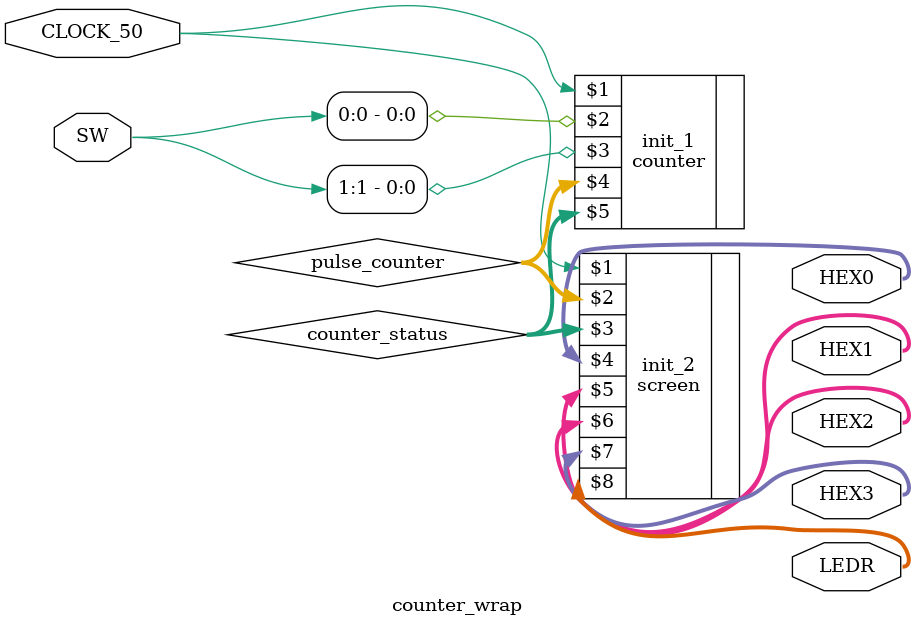
<source format=v>
module counter_wrap(
input CLOCK_50,
input [1:0] SW,

output [6:0] HEX0,
output [6:0] HEX1,
output [6:0] HEX2,
output [6:0] HEX3,
output [9:0] LEDR
);

wire [31:0] pulse_counter;
wire [31:0] counter_status;

counter init_1 (CLOCK_50, SW[0], SW[1], pulse_counter[31:0], counter_status[31:0]);
screen init_2 (CLOCK_50, pulse_counter[31:0], counter_status[31:0], HEX0[6:0],HEX1[6:0], HEX2[6:0], HEX3[6:0], LEDR[9:0]);
endmodule

</source>
